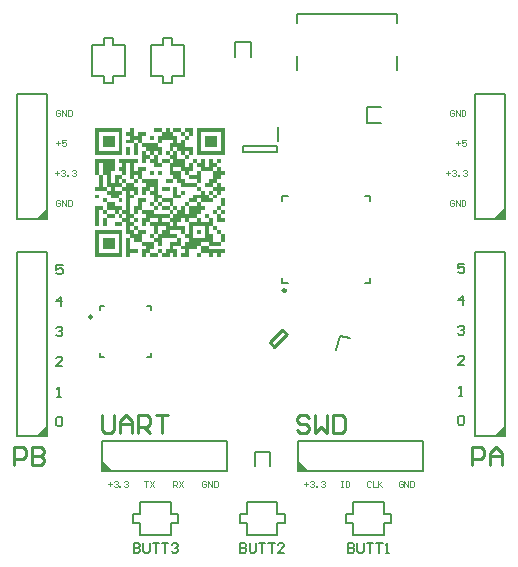
<source format=gbr>
%TF.GenerationSoftware,Altium Limited,Altium Designer,24.5.2 (23)*%
G04 Layer_Color=65535*
%FSLAX45Y45*%
%MOMM*%
%TF.SameCoordinates,5BA462C2-C504-45FF-B61C-4F2A3F915A71*%
%TF.FilePolarity,Positive*%
%TF.FileFunction,Legend,Top*%
%TF.Part,Single*%
G01*
G75*
%TA.AperFunction,NonConductor*%
%ADD50C,0.25000*%
%ADD51C,0.20000*%
%ADD52C,0.17500*%
%ADD53C,0.25400*%
%ADD54C,0.10000*%
%ADD55C,0.15000*%
G36*
X6116500Y10498750D02*
X6149750D01*
Y10465500D01*
X6183000D01*
Y10399000D01*
X6216250D01*
Y10432250D01*
X6249500D01*
Y10365750D01*
X6316000D01*
Y10299250D01*
X6282750D01*
Y10332500D01*
X6249500D01*
Y10299250D01*
X6282750D01*
Y10266000D01*
X6249500D01*
Y10299250D01*
X6216250D01*
Y10332500D01*
X6183000D01*
Y10365750D01*
X6149750D01*
Y10332500D01*
X6183000D01*
Y10266000D01*
X6249500D01*
Y10199500D01*
X6282750D01*
Y10232750D01*
X6316000D01*
Y10166250D01*
X6282750D01*
Y10133000D01*
X6349250D01*
Y10166250D01*
X6382500D01*
Y10066500D01*
X6349250D01*
Y10099750D01*
X6282750D01*
Y10133000D01*
X6249500D01*
Y10166250D01*
X6216250D01*
Y10199500D01*
X6149750D01*
Y10166250D01*
X6216250D01*
Y10099750D01*
X6249500D01*
Y10066500D01*
X6349250D01*
Y10033250D01*
X6382500D01*
Y10000000D01*
X6415750D01*
Y9966750D01*
X6449000D01*
Y9933500D01*
X6482250D01*
Y9900250D01*
X6382500D01*
Y9933500D01*
X6349250D01*
Y9900250D01*
X6382500D01*
Y9867000D01*
X6415750D01*
Y9833750D01*
X6382500D01*
Y9800500D01*
X6349250D01*
Y9767250D01*
X6382500D01*
Y9734000D01*
X6449000D01*
Y9767250D01*
X6415750D01*
Y9776750D01*
Y9781500D01*
Y9800500D01*
X6449000D01*
Y9767250D01*
X6482250D01*
Y9700750D01*
X6515500D01*
Y9686500D01*
Y9681750D01*
Y9667500D01*
X6548750D01*
Y9634250D01*
X6582000D01*
Y9567750D01*
X6548750D01*
Y9577250D01*
Y9582000D01*
Y9634250D01*
X6515500D01*
Y9667500D01*
X6482250D01*
Y9700750D01*
X6449000D01*
Y9634250D01*
X6482250D01*
Y9567750D01*
X6548750D01*
Y9534500D01*
X6449000D01*
Y9558250D01*
Y9563000D01*
Y9567750D01*
X6382500D01*
Y9534500D01*
X6449000D01*
Y9501250D01*
X6582000D01*
Y9468000D01*
X6548750D01*
Y9434750D01*
X6515500D01*
Y9468000D01*
X6482250D01*
Y9434750D01*
X6449000D01*
Y9468000D01*
X6382500D01*
Y9534500D01*
X6349250D01*
Y9501250D01*
X6282750D01*
Y9434750D01*
X6216250D01*
Y9468000D01*
X6249500D01*
Y9501250D01*
X6216250D01*
Y9534500D01*
X6149750D01*
Y9501250D01*
X6183000D01*
Y9434750D01*
X6149750D01*
Y9468000D01*
X6116500D01*
Y9434750D01*
X6050000D01*
Y9468000D01*
X6016750D01*
Y9501250D01*
X6050000D01*
Y9468000D01*
X6083250D01*
Y9501250D01*
X6116500D01*
Y9567750D01*
X6183000D01*
Y9601000D01*
X6050000D01*
Y9534500D01*
X6016750D01*
Y9567750D01*
X5983500D01*
Y9601000D01*
X5950250D01*
Y9615250D01*
Y9620000D01*
Y9634250D01*
X5983500D01*
Y9601000D01*
X6016750D01*
Y9634250D01*
X5983500D01*
Y9700750D01*
X5950250D01*
Y9734000D01*
X5917000D01*
Y9700750D01*
X5883750D01*
Y9767250D01*
X5917000D01*
Y9800500D01*
X5883750D01*
Y9833750D01*
X5850500D01*
Y9800500D01*
X5817250D01*
Y9867000D01*
X5850500D01*
Y9933500D01*
X5917000D01*
Y9900250D01*
X5883750D01*
Y9833750D01*
X5983500D01*
Y9800500D01*
X6116500D01*
Y9767250D01*
X6149750D01*
Y9800500D01*
X6116500D01*
Y9833750D01*
X6050000D01*
Y9867000D01*
X6016750D01*
Y9900250D01*
X5983500D01*
Y9966750D01*
X5950250D01*
Y9971500D01*
Y10000000D01*
X5917000D01*
Y9966750D01*
X5883750D01*
Y10033250D01*
X5917000D01*
Y10066500D01*
X5883750D01*
Y10099750D01*
X5850500D01*
Y10133000D01*
X5817250D01*
Y10099750D01*
X5850500D01*
Y10066500D01*
X5817250D01*
Y10099750D01*
X5784000D01*
Y10232750D01*
X5750750D01*
Y10133000D01*
X5717500D01*
Y10166250D01*
X5684250D01*
Y10199500D01*
X5717500D01*
Y10232750D01*
X5684250D01*
Y10266000D01*
X5850500D01*
Y10232750D01*
X5817250D01*
Y10166250D01*
X5850500D01*
Y10199500D01*
X5917000D01*
Y10166250D01*
X5883750D01*
Y10099750D01*
X6016750D01*
Y9966750D01*
X6050000D01*
Y9933500D01*
X6149750D01*
Y9867000D01*
X6183000D01*
Y9833750D01*
X6216250D01*
Y9867000D01*
X6249500D01*
Y9800500D01*
X6282750D01*
Y9867000D01*
X6249500D01*
Y9900250D01*
X6282750D01*
Y9867000D01*
X6349250D01*
Y9900250D01*
X6282750D01*
Y9933500D01*
X6316000D01*
Y9966750D01*
X6382500D01*
Y10000000D01*
X6349250D01*
Y10033250D01*
X6216250D01*
Y10066500D01*
X6183000D01*
Y10099750D01*
X6149750D01*
Y10133000D01*
X6116500D01*
Y10232750D01*
X6050000D01*
Y10266000D01*
X6116500D01*
Y10237500D01*
Y10232750D01*
X6149750D01*
Y10266000D01*
X6116500D01*
Y10299250D01*
X6083250D01*
Y10332500D01*
X6116500D01*
Y10299250D01*
X6149750D01*
Y10332500D01*
X6116500D01*
Y10399000D01*
X6149750D01*
Y10432250D01*
X6050000D01*
Y10399000D01*
X6016750D01*
Y10465500D01*
X6050000D01*
Y10498750D01*
X5983500D01*
Y10532000D01*
X6050000D01*
Y10498750D01*
X6083250D01*
Y10532000D01*
X6116500D01*
Y10498750D01*
D02*
G37*
G36*
X6316000Y10465500D02*
X6282750D01*
Y10498750D01*
X6249500D01*
Y10532000D01*
X6316000D01*
Y10465500D01*
D02*
G37*
G36*
X6216250Y10498750D02*
X6249500D01*
Y10465500D01*
X6282750D01*
Y10456000D01*
Y10451250D01*
Y10432250D01*
X6249500D01*
Y10465500D01*
X6216250D01*
Y10484500D01*
Y10489250D01*
Y10498750D01*
X6149750D01*
Y10532000D01*
X6216250D01*
Y10498750D01*
D02*
G37*
G36*
X5983500Y10432250D02*
X5950250D01*
Y10465500D01*
X5983500D01*
Y10432250D01*
D02*
G37*
G36*
X6582000Y10299250D02*
X6349250D01*
Y10532000D01*
X6582000D01*
Y10299250D01*
D02*
G37*
G36*
X5817250Y10465500D02*
X5850500D01*
Y10498750D01*
X5917000D01*
Y10465500D01*
X5883750D01*
Y10399000D01*
X6016750D01*
Y10365750D01*
X6050000D01*
Y10299250D01*
X6016750D01*
Y10332500D01*
X5983500D01*
Y10299250D01*
X6016750D01*
Y10232750D01*
X6050000D01*
Y10199500D01*
X5983500D01*
Y10232750D01*
X5950250D01*
Y10266000D01*
X5917000D01*
Y10232750D01*
X5883750D01*
Y10247000D01*
Y10251750D01*
Y10332500D01*
X5917000D01*
Y10299250D01*
X5950250D01*
Y10266000D01*
X5983500D01*
Y10299250D01*
X5950250D01*
Y10332500D01*
X5917000D01*
Y10365750D01*
X5883750D01*
Y10399000D01*
X5850500D01*
Y10432250D01*
X5817250D01*
Y10399000D01*
X5850500D01*
Y10304000D01*
Y10299250D01*
X5817250D01*
Y10399000D01*
X5750750D01*
Y10432250D01*
X5784000D01*
Y10465500D01*
X5750750D01*
Y10498750D01*
X5784000D01*
Y10532000D01*
X5817250D01*
Y10465500D01*
D02*
G37*
G36*
X5784000Y10299250D02*
X5750750D01*
Y10365750D01*
X5784000D01*
Y10299250D01*
D02*
G37*
G36*
X5717500D02*
X5484750D01*
Y10532000D01*
X5717500D01*
Y10299250D01*
D02*
G37*
G36*
X6548750Y10232750D02*
X6515500D01*
Y10266000D01*
X6548750D01*
Y10232750D01*
D02*
G37*
G36*
X6482250D02*
X6515500D01*
Y10199500D01*
X6548750D01*
Y10166250D01*
X6582000D01*
Y10133000D01*
X6548750D01*
Y10099750D01*
X6515500D01*
Y10066500D01*
X6548750D01*
Y10033250D01*
X6582000D01*
Y10000000D01*
X6548750D01*
Y9966750D01*
X6515500D01*
Y10000000D01*
X6482250D01*
Y10033250D01*
X6415750D01*
Y10052250D01*
Y10057000D01*
Y10066500D01*
X6449000D01*
Y10099750D01*
X6482250D01*
Y10166250D01*
X6382500D01*
Y10199500D01*
X6349250D01*
Y10232750D01*
X6316000D01*
Y10266000D01*
X6349250D01*
Y10232750D01*
X6382500D01*
Y10266000D01*
X6415750D01*
Y10199500D01*
X6449000D01*
Y10266000D01*
X6482250D01*
Y10232750D01*
D02*
G37*
G36*
X6050000Y10133000D02*
X6016750D01*
Y10156750D01*
Y10161500D01*
Y10166250D01*
X6050000D01*
Y10133000D01*
D02*
G37*
G36*
X5983500D02*
X5950250D01*
Y10137750D01*
Y10142500D01*
Y10166250D01*
X5983500D01*
Y10133000D01*
D02*
G37*
G36*
X6149750Y10066500D02*
X6083250D01*
Y10099750D01*
X6149750D01*
Y10066500D01*
D02*
G37*
G36*
X6116500Y10009500D02*
Y10004750D01*
Y10000000D01*
X6050000D01*
Y10033250D01*
X6116500D01*
Y10009500D01*
D02*
G37*
G36*
X6249500Y9966750D02*
X6216250D01*
Y10000000D01*
X6249500D01*
Y9966750D01*
D02*
G37*
G36*
X5651000Y10166250D02*
X5617750D01*
Y10066500D01*
X5651000D01*
Y10133000D01*
X5717500D01*
Y10099750D01*
X5750750D01*
Y10066500D01*
X5817250D01*
Y10033250D01*
X5850500D01*
Y9966750D01*
X5817250D01*
Y10000000D01*
X5784000D01*
Y9966750D01*
X5817250D01*
Y9933500D01*
X5784000D01*
Y9800500D01*
X5817250D01*
Y9767250D01*
X5850500D01*
Y9734000D01*
X5817250D01*
Y9767250D01*
X5784000D01*
Y9734000D01*
X5817250D01*
Y9700750D01*
X5850500D01*
Y9667500D01*
X5917000D01*
Y9634250D01*
X5883750D01*
Y9567750D01*
X5983500D01*
Y9501250D01*
X5950250D01*
Y9491750D01*
Y9487000D01*
Y9468000D01*
X6016750D01*
Y9434750D01*
X5950250D01*
Y9463250D01*
Y9468000D01*
X5917000D01*
Y9434750D01*
X5883750D01*
Y9501250D01*
X5917000D01*
Y9534500D01*
X5883750D01*
Y9567750D01*
X5817250D01*
Y9601000D01*
X5784000D01*
Y9634250D01*
X5750750D01*
Y9734000D01*
X5717500D01*
Y9767250D01*
X5684250D01*
Y9800500D01*
X5651000D01*
Y9833750D01*
X5584500D01*
Y9890750D01*
Y9895500D01*
Y9900250D01*
X5551250D01*
Y9933500D01*
X5584500D01*
Y9900250D01*
X5651000D01*
Y9867000D01*
X5717500D01*
Y9833750D01*
X5750750D01*
Y9881250D01*
Y9886000D01*
Y10000000D01*
X5717500D01*
Y10033250D01*
X5651000D01*
Y10000000D01*
X5717500D01*
Y9966750D01*
X5684250D01*
Y9933500D01*
X5717500D01*
Y9900250D01*
X5684250D01*
Y9928750D01*
Y9933500D01*
X5617750D01*
Y9966750D01*
X5584500D01*
Y10000000D01*
X5484750D01*
Y10033250D01*
X5518000D01*
Y10133000D01*
X5484750D01*
Y10266000D01*
X5651000D01*
Y10166250D01*
D02*
G37*
G36*
X6482250Y9966750D02*
X6515500D01*
Y9962000D01*
Y9933500D01*
X6482250D01*
Y9966750D01*
X6449000D01*
Y10000000D01*
X6482250D01*
Y9966750D01*
D02*
G37*
G36*
X6183000D02*
X6216250D01*
Y9933500D01*
X6149750D01*
Y10033250D01*
X6183000D01*
Y9966750D01*
D02*
G37*
G36*
X5518000Y9933500D02*
X5484750D01*
Y9943000D01*
Y9947750D01*
Y9966750D01*
X5518000D01*
Y9933500D01*
D02*
G37*
G36*
X6582000Y9867000D02*
X6548750D01*
Y9933500D01*
X6582000D01*
Y9867000D01*
D02*
G37*
G36*
X5983500D02*
X6016750D01*
Y9833750D01*
X5983500D01*
Y9867000D01*
X5950250D01*
Y9881250D01*
Y9886000D01*
Y9900250D01*
X5983500D01*
Y9867000D01*
D02*
G37*
G36*
X6548750Y9833750D02*
X6582000D01*
Y9800500D01*
X6548750D01*
Y9833750D01*
X6515500D01*
Y9848000D01*
Y9852750D01*
Y9867000D01*
X6548750D01*
Y9833750D01*
D02*
G37*
G36*
X5551250D02*
X5584500D01*
Y9810000D01*
Y9805250D01*
Y9800500D01*
X5651000D01*
Y9767250D01*
X5584500D01*
Y9800500D01*
X5551250D01*
Y9833750D01*
X5518000D01*
Y9786250D01*
Y9781500D01*
Y9700750D01*
X5484750D01*
Y9867000D01*
X5551250D01*
Y9833750D01*
D02*
G37*
G36*
X8949500Y9760000D02*
X8859500D01*
X8949500Y9850000D01*
Y9760000D01*
D02*
G37*
G36*
X5076000D02*
X4986000D01*
X5076000Y9850000D01*
Y9760000D01*
D02*
G37*
G36*
X6515500Y9800500D02*
X6548750D01*
Y9767250D01*
X6582000D01*
Y9743500D01*
Y9738750D01*
Y9734000D01*
X6515500D01*
Y9800500D01*
X6482250D01*
Y9833750D01*
X6515500D01*
Y9800500D01*
D02*
G37*
G36*
X5717500Y9700750D02*
X5651000D01*
Y9734000D01*
X5717500D01*
Y9700750D01*
D02*
G37*
G36*
X5584500Y9719750D02*
Y9715000D01*
Y9700750D01*
X5551250D01*
Y9767250D01*
X5584500D01*
Y9719750D01*
D02*
G37*
G36*
X6382500Y9434750D02*
X6349250D01*
Y9463250D01*
Y9468000D01*
X6382500D01*
Y9434750D01*
D02*
G37*
G36*
X5784000Y9501250D02*
X5850500D01*
Y9496500D01*
Y9468000D01*
X5784000D01*
Y9434750D01*
X5750750D01*
Y9601000D01*
X5784000D01*
Y9501250D01*
D02*
G37*
G36*
X5717500Y9434750D02*
X5484750D01*
Y9477500D01*
Y9482250D01*
Y9667500D01*
X5717500D01*
Y9434750D01*
D02*
G37*
G36*
X8949500Y7918500D02*
X8859500D01*
X8949500Y8008500D01*
Y7918500D01*
D02*
G37*
G36*
X5076000D02*
X4986000D01*
X5076000Y8008500D01*
Y7918500D01*
D02*
G37*
G36*
X7294000Y7627000D02*
X7204000D01*
Y7717000D01*
X7294000Y7627000D01*
D02*
G37*
G36*
X5632000D02*
X5542000D01*
Y7717000D01*
X5632000Y7627000D01*
D02*
G37*
%LPC*%
G36*
X5983500Y10033250D02*
X5950250D01*
Y10000000D01*
X5983500D01*
Y10033250D01*
D02*
G37*
G36*
X6050000Y9933500D02*
X6016750D01*
Y9900250D01*
X6050000D01*
Y9867000D01*
X6116500D01*
Y9833750D01*
X6149750D01*
Y9829000D01*
Y9800500D01*
X6183000D01*
Y9833750D01*
X6149750D01*
Y9867000D01*
X6116500D01*
Y9900250D01*
X6050000D01*
Y9933500D01*
D02*
G37*
G36*
X6349250Y9767250D02*
X6282750D01*
Y9734000D01*
X6349250D01*
Y9767250D01*
D02*
G37*
G36*
X6016750D02*
X5950250D01*
Y9734000D01*
X6016750D01*
Y9738750D01*
Y9743500D01*
Y9767250D01*
D02*
G37*
G36*
X6116500D02*
X6050000D01*
Y9734000D01*
X6116500D01*
Y9700750D01*
X6149750D01*
Y9734000D01*
X6116500D01*
Y9767250D01*
D02*
G37*
G36*
X6249500D02*
X6216250D01*
Y9734000D01*
X6183000D01*
Y9700750D01*
X6249500D01*
Y9634250D01*
X6282750D01*
Y9734000D01*
X6249500D01*
Y9767250D01*
D02*
G37*
G36*
X6083250Y9700750D02*
X6016750D01*
Y9634250D01*
X6050000D01*
Y9667500D01*
X6083250D01*
Y9700750D01*
D02*
G37*
G36*
X6415750D02*
X6316000D01*
Y9601000D01*
X6415750D01*
Y9700750D01*
D02*
G37*
G36*
X6216250Y9667500D02*
X6116500D01*
Y9634250D01*
X6183000D01*
Y9601000D01*
X6216250D01*
Y9534500D01*
X6249500D01*
Y9567750D01*
X6282750D01*
Y9601000D01*
X6249500D01*
Y9634250D01*
X6216250D01*
Y9667500D01*
D02*
G37*
%LPD*%
G36*
X6382500Y9634250D02*
X6349250D01*
Y9653250D01*
Y9658000D01*
Y9667500D01*
X6382500D01*
Y9634250D01*
D02*
G37*
%LPC*%
G36*
X6548750Y10498750D02*
X6382500D01*
Y10332500D01*
X6548750D01*
Y10498750D01*
D02*
G37*
%LPD*%
G36*
X6515500Y10399000D02*
Y10394250D01*
Y10365750D01*
X6415750D01*
Y10465500D01*
X6515500D01*
Y10399000D01*
D02*
G37*
%LPC*%
G36*
X5684250Y10498750D02*
X5518000D01*
Y10408500D01*
Y10403750D01*
Y10332500D01*
X5684250D01*
Y10498750D01*
D02*
G37*
%LPD*%
G36*
X5651000Y10365750D02*
X5551250D01*
Y10465500D01*
X5651000D01*
Y10365750D01*
D02*
G37*
%LPC*%
G36*
X6515500Y10199500D02*
X6482250D01*
Y10166250D01*
X6515500D01*
Y10199500D01*
D02*
G37*
G36*
Y10066500D02*
X6482250D01*
Y10033250D01*
X6515500D01*
Y10066500D01*
D02*
G37*
G36*
X5717500Y10099750D02*
X5684250D01*
Y10066500D01*
X5717500D01*
Y10033250D01*
X5750750D01*
Y10066500D01*
X5717500D01*
Y10099750D01*
D02*
G37*
G36*
X5551250Y10232750D02*
X5518000D01*
Y10133000D01*
X5551250D01*
Y10085500D01*
Y10080750D01*
Y10033250D01*
X5584500D01*
Y10000000D01*
X5617750D01*
Y10033250D01*
X5584500D01*
Y10133000D01*
X5551250D01*
Y10232750D01*
D02*
G37*
G36*
X5717500Y9833750D02*
X5684250D01*
Y9800500D01*
X5717500D01*
Y9767250D01*
X5750750D01*
Y9800500D01*
X5717500D01*
Y9833750D01*
D02*
G37*
G36*
X5817250Y9700750D02*
X5784000D01*
Y9667500D01*
X5817250D01*
Y9634250D01*
X5850500D01*
Y9667500D01*
X5817250D01*
Y9700750D01*
D02*
G37*
G36*
X5684250Y9634250D02*
X5518000D01*
Y9468000D01*
X5684250D01*
Y9634250D01*
D02*
G37*
%LPD*%
G36*
X5651000Y9544000D02*
Y9539250D01*
Y9501250D01*
X5551250D01*
Y9601000D01*
X5651000D01*
Y9544000D01*
D02*
G37*
D50*
X5460000Y8930000D02*
G03*
X5460000Y8930000I-12500J0D01*
G01*
X7100000Y9152500D02*
G03*
X7100000Y9152500I-12500J0D01*
G01*
D51*
X7610000Y7185000D02*
Y7264999D01*
X7670000D01*
Y7364999D01*
X7930000D01*
Y7264999D02*
Y7364999D01*
Y7264999D02*
X7990000D01*
Y7185000D02*
Y7264999D01*
X7930000Y7185000D02*
X7990000D01*
X7930000Y7085000D02*
Y7185000D01*
X7670000Y7085000D02*
X7930000D01*
X7670000D02*
Y7185000D01*
X7610000D02*
X7670000D01*
X6710000D02*
Y7264999D01*
X6770000D01*
Y7364999D01*
X7030000D01*
Y7264999D02*
Y7364999D01*
Y7264999D02*
X7090000D01*
Y7185000D02*
Y7264999D01*
X7030000Y7185000D02*
X7090000D01*
X7030000Y7085000D02*
Y7185000D01*
X6770000Y7085000D02*
X7030000D01*
X6770000D02*
Y7185000D01*
X6710000D02*
X6770000D01*
X5810000D02*
Y7264999D01*
X5870000D01*
Y7364999D01*
X6130000D01*
Y7264999D02*
Y7364999D01*
Y7264999D02*
X6190000D01*
Y7185000D02*
Y7264999D01*
X6130000Y7185000D02*
X6190000D01*
X6130000Y7085000D02*
Y7185000D01*
X5870000Y7085000D02*
X6130000D01*
X5870000D02*
Y7185000D01*
X5810000D02*
X5870000D01*
X5925000Y9020000D02*
X5957500D01*
Y8987500D02*
Y9020000D01*
Y8590000D02*
Y8622500D01*
X5925000Y8590000D02*
X5957500D01*
X5527500D02*
X5560000D01*
X5527500D02*
Y8622500D01*
Y9020000D02*
X5560000D01*
X5527500Y8987500D02*
Y9020000D01*
X4826000Y7921500D02*
X5080000D01*
X4826000D02*
Y9479500D01*
X5080000D01*
Y7921500D02*
Y9479500D01*
X4826000Y9763000D02*
X5080000D01*
X4826000D02*
Y10817000D01*
X5080000D01*
Y9763000D02*
Y10817000D01*
X8699500Y7921500D02*
X8953500D01*
X8699500D02*
Y9479500D01*
X8953500D01*
Y7921500D02*
Y9479500D01*
X8699500Y9763000D02*
X8953500D01*
X8699500D02*
Y10817000D01*
X8953500D01*
Y9763000D02*
Y10817000D01*
X7785000Y10570000D02*
X7905000D01*
X7785000D02*
Y10710000D01*
X7905000D01*
X7072500Y9217500D02*
X7115000D01*
X7072500D02*
Y9260000D01*
Y9915000D02*
Y9957500D01*
X7115000D01*
X7770000D02*
X7812500D01*
Y9915000D02*
Y9957500D01*
X7770000Y9217500D02*
X7812500D01*
Y9260000D01*
X8042500Y11017501D02*
Y11142501D01*
X7192500Y11017501D02*
Y11142501D01*
X8042500Y11417501D02*
Y11492501D01*
X7192500D02*
X8042500D01*
X7192500Y11417501D02*
Y11492501D01*
X6060000Y11230000D02*
Y11290000D01*
X5960000Y11230000D02*
X6060000D01*
X5960000Y10970000D02*
Y11230000D01*
Y10970000D02*
X6060000D01*
Y10910000D02*
Y10970000D01*
Y10910000D02*
X6140000D01*
Y10970000D01*
X6240000D01*
Y11230000D01*
X6140000D02*
X6240000D01*
X6140000D02*
Y11290000D01*
X6060000D02*
X6140000D01*
X7207000Y7623000D02*
X8261000D01*
Y7877000D01*
X7207000D02*
X8261000D01*
X7207000Y7623000D02*
Y7877000D01*
X5545000Y7623000D02*
Y7877000D01*
X6599000D01*
Y7623000D02*
Y7877000D01*
X5545000Y7623000D02*
X6599000D01*
X5560000Y11290000D02*
X5560000Y11230000D01*
X5460000D02*
X5560000D01*
X5460000Y10970000D02*
Y11230000D01*
Y10970000D02*
X5560000D01*
Y10910000D02*
Y10970000D01*
Y10910000D02*
X5640000D01*
X5640000Y10970000D02*
X5640000Y10910000D01*
X5640000Y10970000D02*
X5740000D01*
Y11230000D01*
X5640000D02*
X5740000D01*
X5640000D02*
Y11290000D01*
X5560000D02*
X5640000D01*
X7526847Y8653583D02*
X7558700Y8772463D01*
X7644943Y8749354D01*
X7036001Y10416500D02*
Y10541500D01*
X6739801Y10381500D02*
X7029401D01*
X6739801Y10326500D02*
Y10381500D01*
Y10326500D02*
X7029401D01*
Y10381500D01*
D52*
X6967215Y7664715D02*
Y7789999D01*
X6837785D02*
X6967215D01*
X6837785Y7664715D02*
Y7789999D01*
X6803465Y11130965D02*
Y11256250D01*
X6674035D02*
X6803465D01*
X6674035Y11130965D02*
Y11256250D01*
D53*
X7000744Y8678589D02*
X7106811Y8784656D01*
X7071456Y8820011D02*
X7106811Y8784656D01*
X6965389Y8713945D02*
X7071456Y8820011D01*
X6965389Y8713945D02*
X7000744Y8678589D01*
X4798041Y7673825D02*
Y7826175D01*
X4874217D01*
X4899608Y7800783D01*
Y7750000D01*
X4874217Y7724608D01*
X4798041D01*
X4950392Y7826175D02*
Y7673825D01*
X5026567D01*
X5051959Y7699217D01*
Y7724608D01*
X5026567Y7750000D01*
X4950392D01*
X5026567D01*
X5051959Y7775392D01*
Y7800783D01*
X5026567Y7826175D01*
X4950392D01*
X8673041Y7673825D02*
Y7826175D01*
X8749216D01*
X8774608Y7800783D01*
Y7750000D01*
X8749216Y7724608D01*
X8673041D01*
X8825392Y7673825D02*
Y7775392D01*
X8876175Y7826175D01*
X8926959Y7775392D01*
Y7673825D01*
Y7750000D01*
X8825392D01*
X7298433Y8075783D02*
X7273041Y8101175D01*
X7222258D01*
X7196866Y8075783D01*
Y8050392D01*
X7222258Y8025000D01*
X7273041D01*
X7298433Y7999608D01*
Y7974216D01*
X7273041Y7948825D01*
X7222258D01*
X7196866Y7974216D01*
X7349216Y8101175D02*
Y7948825D01*
X7400000Y7999608D01*
X7450784Y7948825D01*
Y8101175D01*
X7501567D02*
Y7948825D01*
X7577743D01*
X7603134Y7974216D01*
Y8075783D01*
X7577743Y8101175D01*
X7501567D01*
X5545690D02*
Y7974216D01*
X5571082Y7948825D01*
X5621866D01*
X5647258Y7974216D01*
Y8101175D01*
X5698041Y7948825D02*
Y8050392D01*
X5748825Y8101175D01*
X5799608Y8050392D01*
Y7948825D01*
Y8025000D01*
X5698041D01*
X5850392Y7948825D02*
Y8101175D01*
X5926567D01*
X5951959Y8075783D01*
Y8025000D01*
X5926567Y7999608D01*
X5850392D01*
X5901175D02*
X5951959Y7948825D01*
X6002743Y8101175D02*
X6104310D01*
X6053526D01*
Y7948825D01*
D54*
X7818678Y7531653D02*
X7810347Y7539984D01*
X7793686D01*
X7785355Y7531653D01*
Y7498331D01*
X7793686Y7490000D01*
X7810347D01*
X7818678Y7498331D01*
X7835339Y7539984D02*
Y7490000D01*
X7868661D01*
X7885323Y7539984D02*
Y7490000D01*
Y7506661D01*
X7918645Y7539984D01*
X7893653Y7514992D01*
X7918645Y7490000D01*
X8088678Y7531653D02*
X8080347Y7539984D01*
X8063686D01*
X8055355Y7531653D01*
Y7498331D01*
X8063686Y7490000D01*
X8080347D01*
X8088678Y7498331D01*
Y7514992D01*
X8072016D01*
X8105339Y7490000D02*
Y7539984D01*
X8138661Y7490000D01*
Y7539984D01*
X8155323D02*
Y7490000D01*
X8180314D01*
X8188645Y7498331D01*
Y7531653D01*
X8180314Y7539984D01*
X8155323D01*
X7254529Y7514992D02*
X7287851D01*
X7271190Y7531653D02*
Y7498331D01*
X7304512Y7531653D02*
X7312843Y7539984D01*
X7329504D01*
X7337835Y7531653D01*
Y7523323D01*
X7329504Y7514992D01*
X7321173D01*
X7329504D01*
X7337835Y7506661D01*
Y7498331D01*
X7329504Y7490000D01*
X7312843D01*
X7304512Y7498331D01*
X7354496Y7490000D02*
Y7498331D01*
X7362827D01*
Y7490000D01*
X7354496D01*
X7396149Y7531653D02*
X7404480Y7539984D01*
X7421141D01*
X7429472Y7531653D01*
Y7523323D01*
X7421141Y7514992D01*
X7412810D01*
X7421141D01*
X7429472Y7506661D01*
Y7498331D01*
X7421141Y7490000D01*
X7404480D01*
X7396149Y7498331D01*
X7564512Y7539984D02*
X7581173D01*
X7572843D01*
Y7490000D01*
X7564512D01*
X7581173D01*
X7631157Y7539984D02*
X7614496D01*
X7606165Y7531653D01*
Y7498331D01*
X7614496Y7490000D01*
X7631157D01*
X7639488Y7498331D01*
Y7531653D01*
X7631157Y7539984D01*
X6148347Y7490000D02*
Y7539984D01*
X6173339D01*
X6181670Y7531653D01*
Y7514992D01*
X6173339Y7506661D01*
X6148347D01*
X6165008D02*
X6181670Y7490000D01*
X6198331Y7539984D02*
X6231653Y7490000D01*
Y7539984D02*
X6198331Y7490000D01*
X6426678Y7531653D02*
X6418347Y7539984D01*
X6401686D01*
X6393355Y7531653D01*
Y7498331D01*
X6401686Y7490000D01*
X6418347D01*
X6426678Y7498331D01*
Y7514992D01*
X6410016D01*
X6443339Y7490000D02*
Y7539984D01*
X6476661Y7490000D01*
Y7539984D01*
X6493323D02*
Y7490000D01*
X6518314D01*
X6526645Y7498331D01*
Y7531653D01*
X6518314Y7539984D01*
X6493323D01*
X5898347D02*
X5931670D01*
X5915008D01*
Y7490000D01*
X5948331Y7539984D02*
X5981653Y7490000D01*
Y7539984D02*
X5948331Y7490000D01*
X5592529Y7514992D02*
X5625851D01*
X5609190Y7531653D02*
Y7498331D01*
X5642512Y7531653D02*
X5650843Y7539984D01*
X5667504D01*
X5675835Y7531653D01*
Y7523323D01*
X5667504Y7514992D01*
X5659173D01*
X5667504D01*
X5675835Y7506661D01*
Y7498331D01*
X5667504Y7490000D01*
X5650843D01*
X5642512Y7498331D01*
X5692496Y7490000D02*
Y7498331D01*
X5700827D01*
Y7490000D01*
X5692496D01*
X5734149Y7531653D02*
X5742480Y7539984D01*
X5759141D01*
X5767472Y7531653D01*
Y7523323D01*
X5759141Y7514992D01*
X5750810D01*
X5759141D01*
X5767472Y7506661D01*
Y7498331D01*
X5759141Y7490000D01*
X5742480D01*
X5734149Y7498331D01*
X8521546Y9914653D02*
X8513215Y9922983D01*
X8496554D01*
X8488224Y9914653D01*
Y9881331D01*
X8496554Y9873000D01*
X8513215D01*
X8521546Y9881331D01*
Y9897992D01*
X8504885D01*
X8538207Y9873000D02*
Y9922983D01*
X8571530Y9873000D01*
Y9922983D01*
X8588191D02*
Y9873000D01*
X8613183D01*
X8621513Y9881331D01*
Y9914653D01*
X8613183Y9922983D01*
X8588191D01*
X8521546Y10676653D02*
X8513215Y10684983D01*
X8496554D01*
X8488224Y10676653D01*
Y10643331D01*
X8496554Y10635000D01*
X8513215D01*
X8521546Y10643331D01*
Y10659992D01*
X8504885D01*
X8538207Y10635000D02*
Y10684983D01*
X8571530Y10635000D01*
Y10684983D01*
X8588191D02*
Y10635000D01*
X8613183D01*
X8621513Y10643331D01*
Y10676653D01*
X8613183Y10684983D01*
X8588191D01*
X8540703Y10405992D02*
X8574025D01*
X8557364Y10422653D02*
Y10389331D01*
X8624009Y10430983D02*
X8590686D01*
Y10405992D01*
X8607347Y10414322D01*
X8615678D01*
X8624009Y10405992D01*
Y10389331D01*
X8615678Y10381000D01*
X8599017D01*
X8590686Y10389331D01*
X8456563Y10151992D02*
X8489886D01*
X8473224Y10168653D02*
Y10135331D01*
X8506547Y10168653D02*
X8514878Y10176983D01*
X8531539D01*
X8539869Y10168653D01*
Y10160322D01*
X8531539Y10151992D01*
X8523208D01*
X8531539D01*
X8539869Y10143661D01*
Y10135331D01*
X8531539Y10127000D01*
X8514878D01*
X8506547Y10135331D01*
X8556531Y10127000D02*
Y10135331D01*
X8564861D01*
Y10127000D01*
X8556531D01*
X8598184Y10168653D02*
X8606514Y10176983D01*
X8623176D01*
X8631506Y10168653D01*
Y10160322D01*
X8623176Y10151992D01*
X8614845D01*
X8623176D01*
X8631506Y10143661D01*
Y10135331D01*
X8623176Y10127000D01*
X8606514D01*
X8598184Y10135331D01*
X5147994Y10151992D02*
X5181316D01*
X5164655Y10168653D02*
Y10135331D01*
X5197977Y10168653D02*
X5206308Y10176983D01*
X5222969D01*
X5231300Y10168653D01*
Y10160322D01*
X5222969Y10151992D01*
X5214639D01*
X5222969D01*
X5231300Y10143661D01*
Y10135331D01*
X5222969Y10127000D01*
X5206308D01*
X5197977Y10135331D01*
X5247961Y10127000D02*
Y10135331D01*
X5256292D01*
Y10127000D01*
X5247961D01*
X5289614Y10168653D02*
X5297945Y10176983D01*
X5314606D01*
X5322937Y10168653D01*
Y10160322D01*
X5314606Y10151992D01*
X5306275D01*
X5314606D01*
X5322937Y10143661D01*
Y10135331D01*
X5314606Y10127000D01*
X5297945D01*
X5289614Y10135331D01*
X5155492Y10405992D02*
X5188814D01*
X5172153Y10422653D02*
Y10389331D01*
X5238798Y10430983D02*
X5205475D01*
Y10405992D01*
X5222136Y10414322D01*
X5230467D01*
X5238798Y10405992D01*
Y10389331D01*
X5230467Y10381000D01*
X5213806D01*
X5205475Y10389331D01*
X5191309Y10676653D02*
X5182979Y10684983D01*
X5166318D01*
X5157987Y10676653D01*
Y10643331D01*
X5166318Y10635000D01*
X5182979D01*
X5191309Y10643331D01*
Y10659992D01*
X5174648D01*
X5207971Y10635000D02*
Y10684983D01*
X5241293Y10635000D01*
Y10684983D01*
X5257954D02*
Y10635000D01*
X5282946D01*
X5291277Y10643331D01*
Y10676653D01*
X5282946Y10684983D01*
X5257954D01*
X5191309Y9914653D02*
X5182979Y9922983D01*
X5166318D01*
X5157987Y9914653D01*
Y9881331D01*
X5166318Y9873000D01*
X5182979D01*
X5191309Y9881331D01*
Y9897992D01*
X5174648D01*
X5207971Y9873000D02*
Y9922983D01*
X5241293Y9873000D01*
Y9922983D01*
X5257954D02*
Y9873000D01*
X5282946D01*
X5291277Y9881331D01*
Y9914653D01*
X5282946Y9922983D01*
X5257954D01*
D55*
X8613001Y9380474D02*
X8559684D01*
Y9340487D01*
X8586342Y9353816D01*
X8599672D01*
X8613001Y9340487D01*
Y9313829D01*
X8599672Y9300500D01*
X8573014D01*
X8559684Y9313829D01*
X8596672Y9031000D02*
Y9110974D01*
X8556684Y9070987D01*
X8610001D01*
X8556684Y8843645D02*
X8570014Y8856974D01*
X8596672D01*
X8610001Y8843645D01*
Y8830316D01*
X8596672Y8816987D01*
X8583342D01*
X8596672D01*
X8610001Y8803658D01*
Y8790329D01*
X8596672Y8777000D01*
X8570014D01*
X8556684Y8790329D01*
X8610001Y8523000D02*
X8556684D01*
X8610001Y8576316D01*
Y8589645D01*
X8596672Y8602974D01*
X8570014D01*
X8556684Y8589645D01*
X8568343Y8265000D02*
X8595001D01*
X8581672D01*
Y8344974D01*
X8568343Y8331645D01*
X8556684Y8081645D02*
X8570014Y8094974D01*
X8596672D01*
X8610001Y8081645D01*
Y8028329D01*
X8596672Y8015000D01*
X8570014D01*
X8556684Y8028329D01*
Y8081645D01*
X5211501Y9370974D02*
X5158185D01*
Y9330987D01*
X5184843Y9344316D01*
X5198172D01*
X5211501Y9330987D01*
Y9304329D01*
X5198172Y9291000D01*
X5171514D01*
X5158185Y9304329D01*
X5195172Y9021500D02*
Y9101474D01*
X5155185Y9061487D01*
X5208501D01*
X5155185Y8834145D02*
X5168514Y8847474D01*
X5195172D01*
X5208501Y8834145D01*
Y8820816D01*
X5195172Y8807487D01*
X5181843D01*
X5195172D01*
X5208501Y8794158D01*
Y8780829D01*
X5195172Y8767500D01*
X5168514D01*
X5155185Y8780829D01*
X5208501Y8513500D02*
X5155185D01*
X5208501Y8566816D01*
Y8580145D01*
X5195172Y8593474D01*
X5168514D01*
X5155185Y8580145D01*
X5166843Y8255500D02*
X5193501D01*
X5180172D01*
Y8335474D01*
X5166843Y8322145D01*
X5155185Y8072145D02*
X5168514Y8085474D01*
X5195172D01*
X5208501Y8072145D01*
Y8018829D01*
X5195172Y8005500D01*
X5168514D01*
X5155185Y8018829D01*
Y8072145D01*
X6713393Y7014987D02*
Y6935013D01*
X6753381D01*
X6766710Y6948342D01*
Y6961671D01*
X6753381Y6975000D01*
X6713393D01*
X6753381D01*
X6766710Y6988329D01*
Y7001658D01*
X6753381Y7014987D01*
X6713393D01*
X6793368D02*
Y6948342D01*
X6806697Y6935013D01*
X6833355D01*
X6846684Y6948342D01*
Y7014987D01*
X6873342D02*
X6926658D01*
X6900000D01*
Y6935013D01*
X6953316Y7014987D02*
X7006632D01*
X6979974D01*
Y6935013D01*
X7086606D02*
X7033290D01*
X7086606Y6988329D01*
Y7001658D01*
X7073277Y7014987D01*
X7046619D01*
X7033290Y7001658D01*
X7626723Y7014987D02*
Y6935013D01*
X7666710D01*
X7680039Y6948342D01*
Y6961671D01*
X7666710Y6975000D01*
X7626723D01*
X7666710D01*
X7680039Y6988329D01*
Y7001658D01*
X7666710Y7014987D01*
X7626723D01*
X7706697D02*
Y6948342D01*
X7720026Y6935013D01*
X7746684D01*
X7760013Y6948342D01*
Y7014987D01*
X7786671D02*
X7839987D01*
X7813329D01*
Y6935013D01*
X7866645Y7014987D02*
X7919961D01*
X7893303D01*
Y6935013D01*
X7946619D02*
X7973277D01*
X7959949D01*
Y7014987D01*
X7946619Y7001658D01*
X5813394Y7014987D02*
Y6935013D01*
X5853381D01*
X5866710Y6948342D01*
Y6961671D01*
X5853381Y6975000D01*
X5813394D01*
X5853381D01*
X5866710Y6988329D01*
Y7001658D01*
X5853381Y7014987D01*
X5813394D01*
X5893368D02*
Y6948342D01*
X5906697Y6935013D01*
X5933355D01*
X5946684Y6948342D01*
Y7014987D01*
X5973342D02*
X6026658D01*
X6000000D01*
Y6935013D01*
X6053316Y7014987D02*
X6106632D01*
X6079974D01*
Y6935013D01*
X6133290Y7001658D02*
X6146619Y7014987D01*
X6173277D01*
X6186606Y7001658D01*
Y6988329D01*
X6173277Y6975000D01*
X6159948D01*
X6173277D01*
X6186606Y6961671D01*
Y6948342D01*
X6173277Y6935013D01*
X6146619D01*
X6133290Y6948342D01*
%TF.MD5,04482217dab50c9b7c2c0def774d5b39*%
M02*

</source>
